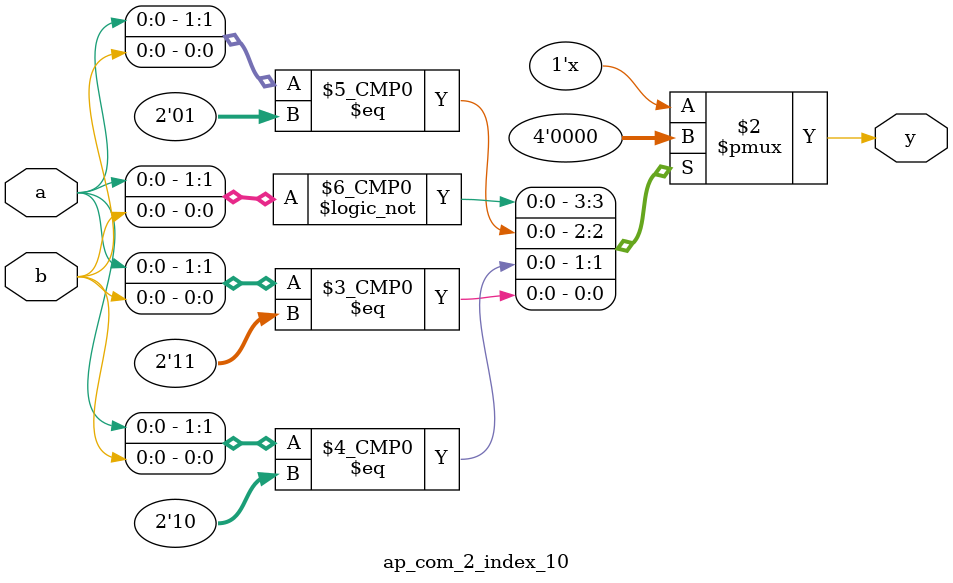
<source format=v>
module ap_com_4_index_0(
	input wire a,
	input wire b,
	input wire c,
	input wire d,
	output reg y
);

always @(*) begin
	case({a, b, c, d})
		4'b0000: y = 0;
		4'b0001: y = 0;
		4'b0010: y = 1;
		4'b0011: y = 1;
		4'b0100: y = 0;
		4'b0101: y = 1;
		4'b0110: y = 1;
		4'b0111: y = 1;
		4'b1000: y = 0;
		4'b1001: y = 0;
		4'b1010: y = 1;
		4'b1011: y = 1;
		4'b1100: y = 1;
		4'b1101: y = 1;
		4'b1110: y = 1;
		4'b1111: y = 1;
		default:;
	endcase
end

endmodule


module ap_com_2_index_1(
	input wire a,
	input wire b,
	output reg y
);

always @(*) begin
	case({a, b})
		2'b00: y = 0;
		2'b01: y = 1;
		2'b10: y = 0;
		2'b11: y = 1;
		default:;
	endcase
end

endmodule


module ap_com_2_index_2(
	input wire a,
	input wire b,
	output reg y
);

always @(*) begin
	case({a, b})
		2'b00: y = 0;
		2'b01: y = 0;
		2'b10: y = 0;
		2'b11: y = 0;
		default:;
	endcase
end

endmodule


module ap_com_4_index_3(
	input wire a,
	input wire b,
	input wire c,
	input wire d,
	output reg y
);

always @(*) begin
	case({a, b, c, d})
		4'b0000: y = 1;
		4'b0001: y = 1;
		4'b0010: y = 1;
		4'b0011: y = 1;
		4'b0100: y = 0;
		4'b0101: y = 0;
		4'b0110: y = 1;
		4'b0111: y = 1;
		4'b1000: y = 1;
		4'b1001: y = 1;
		4'b1010: y = 1;
		4'b1011: y = 1;
		4'b1100: y = 0;
		4'b1101: y = 0;
		4'b1110: y = 1;
		4'b1111: y = 0;
		default:;
	endcase
end

endmodule


module ap_com_2_index_4(
	input wire a,
	input wire b,
	output reg y
);

always @(*) begin
	case({a, b})
		2'b00: y = 1;
		2'b01: y = 1;
		2'b10: y = 1;
		2'b11: y = 1;
		default:;
	endcase
end

endmodule


module ap_com_4_index_5(
	input wire a,
	input wire b,
	input wire c,
	input wire d,
	output reg y
);

always @(*) begin
	case({a, b, c, d})
		4'b0000: y = 1;
		4'b0001: y = 1;
		4'b0010: y = 1;
		4'b0011: y = 1;
		4'b0100: y = 1;
		4'b0101: y = 1;
		4'b0110: y = 1;
		4'b0111: y = 1;
		4'b1000: y = 0;
		4'b1001: y = 1;
		4'b1010: y = 0;
		4'b1011: y = 1;
		4'b1100: y = 0;
		4'b1101: y = 1;
		4'b1110: y = 0;
		4'b1111: y = 1;
		default:;
	endcase
end

endmodule


module ap_com_4_index_6(
	input wire a,
	input wire b,
	input wire c,
	input wire d,
	output reg y
);

always @(*) begin
	case({a, b, c, d})
		4'b0000: y = 0;
		4'b0001: y = 0;
		4'b0010: y = 0;
		4'b0011: y = 0;
		4'b0100: y = 1;
		4'b0101: y = 1;
		4'b0110: y = 1;
		4'b0111: y = 1;
		4'b1000: y = 0;
		4'b1001: y = 0;
		4'b1010: y = 0;
		4'b1011: y = 0;
		4'b1100: y = 1;
		4'b1101: y = 1;
		4'b1110: y = 1;
		4'b1111: y = 1;
		default:;
	endcase
end

endmodule


module ap_com_3_index_7(
	input wire a,
	input wire b,
	input wire c,
	output reg y
);

always @(*) begin
	case({a, b, c})
		3'b000: y = 0;
		3'b001: y = 0;
		3'b010: y = 0;
		3'b011: y = 0;
		3'b100: y = 0;
		3'b101: y = 0;
		3'b110: y = 0;
		3'b111: y = 0;
		default:;
	endcase
end

endmodule


module ap_com_2_index_8(
	input wire a,
	input wire b,
	output reg y
);

always @(*) begin
	case({a, b})
		2'b00: y = 1;
		2'b01: y = 1;
		2'b10: y = 1;
		2'b11: y = 1;
		default:;
	endcase
end

endmodule


module ap_com_2_index_9(
	input wire a,
	input wire b,
	output reg y
);

always @(*) begin
	case({a, b})
		2'b00: y = 1;
		2'b01: y = 1;
		2'b10: y = 1;
		2'b11: y = 1;
		default:;
	endcase
end

endmodule


module ap_com_2_index_10(
	input wire a,
	input wire b,
	output reg y
);

always @(*) begin
	case({a, b})
		2'b00: y = 0;
		2'b01: y = 0;
		2'b10: y = 0;
		2'b11: y = 0;
		default:;
	endcase
end

endmodule



</source>
